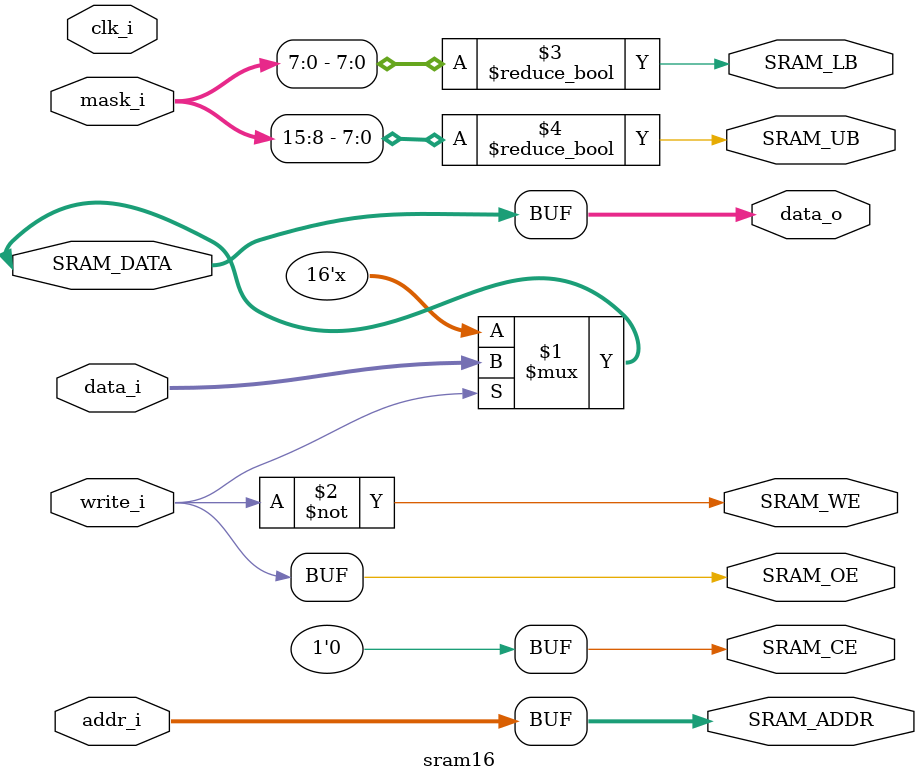
<source format=v>
`ifndef SRAM16_GUARD
`define SRAM16_GUARD

module sram16 (
    input wire clk_i,
    input wire write_i,
    input wire [15:0] addr_i,
    input wire [15:0] data_i,
    output wire [15:0] data_o,
    input wire [15:0] mask_i,
    output wire [15:0] SRAM_ADDR,
    `ifdef SIM
    input wire [15:0] SRAM_I,
    output wire [15:0] SRAM_O,
    `else
    inout wire [15:0] SRAM_DATA,
    `endif
    output wire SRAM_WE,
    output wire SRAM_CE,
    output wire SRAM_OE,
    output wire SRAM_LB,
    output wire SRAM_UB
  );

  assign SRAM_ADDR = addr_i;

  `ifdef SIM
  assign data_o = SRAM_I;
  assign SRAM_O = data_i;
  `else
  assign SRAM_DATA = write_i ? data_i : 16'bz;
  assign data_o = SRAM_DATA;
  `endif

  // These are all active low
  assign SRAM_CE = 1'b0;
  assign SRAM_WE = ~write_i;
  assign SRAM_OE = write_i;
  assign SRAM_LB = mask_i[7:0] != 0;
  assign SRAM_UB = mask_i[15:8] != 0;

endmodule

`endif // SRAM16_GUARD

</source>
